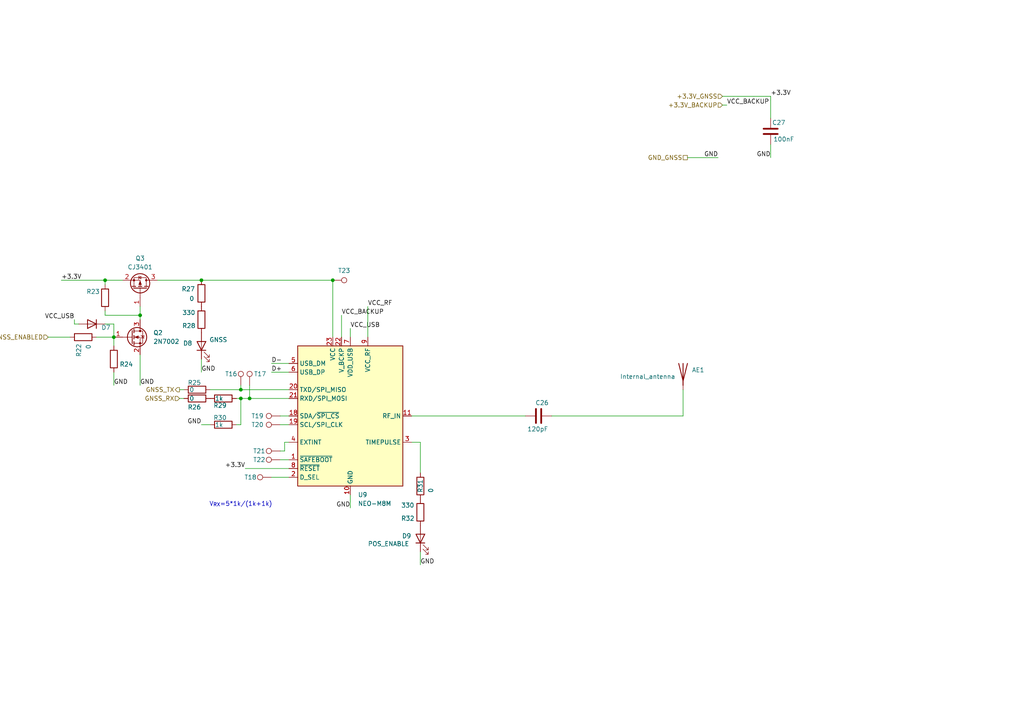
<source format=kicad_sch>
(kicad_sch (version 20231120) (generator "eeschema") (generator_version "8.0")
  (paper "A4")
  (title_block (title "GNSS Receiver") (date "2024-04-17") (rev "1.0"))
  (lib_symbols
    (symbol "Connector:TestPoint" (pin_numbers hide) (pin_names (offset 0.762) hide)
      (property "Reference" "TP" (at 0 6.858 0))
      (property "Value" "TestPoint" (at 0 5.08 0))
      (symbol "TestPoint_0_1"
        (circle (center 0 3.302) (radius 0.762))
      )
      (symbol "TestPoint_1_1"
        (pin passive line (at 0 0 90) (length 2.54) (name "1") (number "1"))
      )
    )
    (symbol "Device:Antenna" (pin_numbers hide) (pin_names (offset 1.016) hide)
      (property "Reference" "AE" (at -1.905 1.905 0))
      (property "Value" "Antenna" (at -1.905 0 0))
      (symbol "Antenna_0_1"
        (polyline (pts (xy 0 2.54) (xy 0 -3.81)) (stroke (width 0.254)))
        (polyline (pts (xy 1.27 2.54) (xy 0 -2.54) (xy -1.27 2.54)) (stroke (width 0.254)))
      )
      (symbol "Antenna_1_1"
        (pin input line (at 0 -5.08 90) (length 2.54) (name "A") (number "1"))
      )
    )
    (symbol "Device:C" (pin_numbers hide) (pin_names (offset 0.254))
      (property "Reference" "C" (at 0.635 2.54 0))
      (property "Value" "C" (at 0.635 -2.54 0))
      (symbol "C_0_1"
        (polyline (pts (xy -2.032 -0.762) (xy 2.032 -0.762)) (stroke (width 0.508)))
        (polyline (pts (xy -2.032 0.762) (xy 2.032 0.762)) (stroke (width 0.508)))
      )
      (symbol "C_1_1"
        (pin passive line (at 0 3.81 270) (length 2.794) (name "~") (number "1"))
        (pin passive line (at 0 -3.81 90) (length 2.794) (name "~") (number "2"))
      )
    )
    (symbol "Device:LED" (pin_numbers hide) (pin_names (offset 1.016) hide)
      (property "Reference" "D" (at 0 2.54 0))
      (property "Value" "LED" (at 0 -2.54 0))
      (symbol "LED_0_1"
        (polyline (pts (xy -1.27 -1.27) (xy -1.27 1.27)) (stroke (width 0.254)))
        (polyline (pts (xy -1.27 0) (xy 1.27 0)))
        (polyline (pts (xy 1.27 -1.27) (xy 1.27 1.27) (xy -1.27 0) (xy 1.27 -1.27)) (stroke (width 0.254)))
        (polyline (pts (xy -3.048 -0.762) (xy -4.572 -2.286) (xy -3.81 -2.286) (xy -4.572 -2.286) (xy -4.572 -1.524)))
        (polyline (pts (xy -1.778 -0.762) (xy -3.302 -2.286) (xy -2.54 -2.286) (xy -3.302 -2.286) (xy -3.302 -1.524)))
      )
      (symbol "LED_1_1"
        (pin passive line (at -3.81 0 0) (length 2.54) (name "K") (number "1"))
        (pin passive line (at 3.81 0 180) (length 2.54) (name "A") (number "2"))
      )
    )
    (symbol "Device:R" (pin_numbers hide) (pin_names (offset 0))
      (property "Reference" "R" (at 2.032 0 90))
      (property "Value" "R" (at 0 0 90))
      (symbol "R_0_1"
        (rectangle (start -1.016 -2.54) (end 1.016 2.54) (stroke (width 0.254)))
      )
      (symbol "R_1_1"
        (pin passive line (at 0 3.81 270) (length 1.27) (name "~") (number "1"))
        (pin passive line (at 0 -3.81 90) (length 1.27) (name "~") (number "2"))
      )
    )
    (symbol "Diode:1N4148" (pin_numbers hide) (pin_names hide)
      (property "Reference" "D" (at 0 2.54 0))
      (property "Value" "1N4148" (at 0 -2.54 0))
      (symbol "1N4148_0_1"
        (polyline (pts (xy -1.27 1.27) (xy -1.27 -1.27)) (stroke (width 0.254)))
        (polyline (pts (xy 1.27 0) (xy -1.27 0)))
        (polyline (pts (xy 1.27 1.27) (xy 1.27 -1.27) (xy -1.27 0) (xy 1.27 1.27)) (stroke (width 0.254)))
      )
      (symbol "1N4148_1_1"
        (pin passive line (at -3.81 0 0) (length 2.54) (name "K") (number "1"))
        (pin passive line (at 3.81 0 180) (length 2.54) (name "A") (number "2"))
      )
    )
    (symbol "NEO-M8M_1"
      (property "Reference" "U" (at -13.97 21.59 0))
      (property "Value" "NEO-M8M" (at 11.43 21.59 0))
      (symbol "NEO-M8M_1_0_1"
        (rectangle (start -15.24 20.32) (end 15.24 -20.32) (stroke (width 0.254)) (fill (type background)))
      )
      (symbol "NEO-M8M_1_1_1"
        (pin input line (at -17.78 -12.7 0) (length 2.54) (name "~{SAFEBOOT}") (number "1"))
        (pin power_in line (at 0 -22.86 90) (length 2.54) (name "GND") (number "10"))
        (pin input line (at 17.78 0 180) (length 2.54) (name "RF_IN") (number "11"))
        (pin passive line (at 0 -22.86 90) (length 2.54) hide (name "GND") (number "12"))
        (pin passive line (at 0 -22.86 90) (length 2.54) hide (name "GND") (number "13"))
        (pin no_connect line (at 15.24 -10.16 180) (length 2.54) hide (name "RESERVED") (number "14"))
        (pin no_connect line (at 15.24 -12.7 180) (length 2.54) hide (name "RESERVED") (number "15"))
        (pin no_connect line (at 15.24 -15.24 180) (length 2.54) hide (name "RESERVED") (number "16"))
        (pin no_connect line (at 15.24 -17.78 180) (length 2.54) hide (name "RESERVED") (number "17"))
        (pin bidirectional line (at -17.78 0 0) (length 2.54) (name "SDA/~{SPI_CS}") (number "18"))
        (pin input line (at -17.78 -2.54 0) (length 2.54) (name "SCL/SPI_CLK") (number "19"))
        (pin input line (at -17.78 -17.78 0) (length 2.54) (name "D_SEL") (number "2"))
        (pin output line (at -17.78 7.62 0) (length 2.54) (name "TXD/SPI_MISO") (number "20"))
        (pin input line (at -17.78 5.08 0) (length 2.54) (name "RXD/SPI_MOSI") (number "21"))
        (pin power_in line (at -2.54 22.86 270) (length 2.54) (name "V_BCKP") (number "22"))
        (pin power_in line (at -5.08 22.86 270) (length 2.54) (name "VCC") (number "23"))
        (pin passive line (at 0 -22.86 90) (length 2.54) hide (name "GND") (number "24"))
        (pin output line (at 17.78 -7.62 180) (length 2.54) (name "TIMEPULSE") (number "3"))
        (pin input line (at -17.78 -7.62 0) (length 2.54) (name "EXTINT") (number "4"))
        (pin bidirectional line (at -17.78 15.24 0) (length 2.54) (name "USB_DM") (number "5"))
        (pin bidirectional line (at -17.78 12.7 0) (length 2.54) (name "USB_DP") (number "6"))
        (pin power_in line (at 0 22.86 270) (length 2.54) (name "VDD_USB") (number "7"))
        (pin input line (at -17.78 -15.24 0) (length 2.54) (name "~{RESET}") (number "8"))
        (pin power_out line (at 5.08 22.86 270) (length 2.54) (name "VCC_RF") (number "9"))
      )
    )
    (symbol "Transistor_FET:2N7002" (pin_names hide)
      (property "Reference" "Q" (at 5.08 1.905 0))
      (property "Value" "2N7002" (at 5.08 0 0))
      (symbol "2N7002_0_1"
        (polyline (pts (xy 0.254 0) (xy -2.54 0)))
        (polyline (pts (xy 0.254 1.905) (xy 0.254 -1.905)) (stroke (width 0.254)))
        (polyline (pts (xy 0.762 -1.27) (xy 0.762 -2.286)) (stroke (width 0.254)))
        (polyline (pts (xy 0.762 0.508) (xy 0.762 -0.508)) (stroke (width 0.254)))
        (polyline (pts (xy 0.762 2.286) (xy 0.762 1.27)) (stroke (width 0.254)))
        (polyline (pts (xy 2.54 2.54) (xy 2.54 1.778)))
        (polyline (pts (xy 2.54 -2.54) (xy 2.54 0) (xy 0.762 0)))
        (polyline (pts (xy 0.762 -1.778) (xy 3.302 -1.778) (xy 3.302 1.778) (xy 0.762 1.778)))
        (polyline (pts (xy 1.016 0) (xy 2.032 0.381) (xy 2.032 -0.381) (xy 1.016 0)) (fill (type outline)))
        (polyline (pts (xy 2.794 0.508) (xy 2.921 0.381) (xy 3.683 0.381) (xy 3.81 0.254)))
        (polyline (pts (xy 3.302 0.381) (xy 2.921 -0.254) (xy 3.683 -0.254) (xy 3.302 0.381)))
        (circle (center 1.651 0) (radius 2.794) (stroke (width 0.254)))
        (circle (center 2.54 -1.778) (radius 0.254) (fill (type outline)))
        (circle (center 2.54 1.778) (radius 0.254) (fill (type outline)))
      )
      (symbol "2N7002_1_1"
        (pin input line (at -5.08 0 0) (length 2.54) (name "G") (number "1"))
        (pin passive line (at 2.54 -5.08 90) (length 2.54) (name "S") (number "2"))
        (pin passive line (at 2.54 5.08 270) (length 2.54) (name "D") (number "3"))
      )
    )
    (symbol "Transistor_FET:FDN340P" (pin_names hide)
      (property "Reference" "Q" (at 5.08 1.905 0))
      (property "Value" "FDN340P" (at 5.08 0 0))
      (symbol "FDN340P_0_1"
        (polyline (pts (xy 0.254 0) (xy -2.54 0)))
        (polyline (pts (xy 0.254 1.905) (xy 0.254 -1.905)) (stroke (width 0.254)))
        (polyline (pts (xy 0.762 -1.27) (xy 0.762 -2.286)) (stroke (width 0.254)))
        (polyline (pts (xy 0.762 0.508) (xy 0.762 -0.508)) (stroke (width 0.254)))
        (polyline (pts (xy 0.762 2.286) (xy 0.762 1.27)) (stroke (width 0.254)))
        (polyline (pts (xy 2.54 2.54) (xy 2.54 1.778)))
        (polyline (pts (xy 2.54 -2.54) (xy 2.54 0) (xy 0.762 0)))
        (polyline (pts (xy 0.762 1.778) (xy 3.302 1.778) (xy 3.302 -1.778) (xy 0.762 -1.778)))
        (polyline (pts (xy 2.286 0) (xy 1.27 0.381) (xy 1.27 -0.381) (xy 2.286 0)) (fill (type outline)))
        (polyline (pts (xy 2.794 -0.508) (xy 2.921 -0.381) (xy 3.683 -0.381) (xy 3.81 -0.254)))
        (polyline (pts (xy 3.302 -0.381) (xy 2.921 0.254) (xy 3.683 0.254) (xy 3.302 -0.381)))
        (circle (center 1.651 0) (radius 2.794) (stroke (width 0.254)))
        (circle (center 2.54 -1.778) (radius 0.254) (fill (type outline)))
        (circle (center 2.54 1.778) (radius 0.254) (fill (type outline)))
      )
      (symbol "FDN340P_1_1"
        (pin input line (at -5.08 0 0) (length 2.54) (name "G") (number "1"))
        (pin passive line (at 2.54 -5.08 90) (length 2.54) (name "S") (number "2"))
        (pin passive line (at 2.54 5.08 270) (length 2.54) (name "D") (number "3"))
      )
    )
  )
  (junction (at 69.85 113.03))
  (junction (at 69.85 115.57))
  (junction (at 40.64 91.44))
  (junction (at 33.02 97.79))
  (junction (at 58.42 81.28))
  (junction (at 30.48 81.28))
  (junction (at 72.39 115.57))
  (junction (at 96.52 81.28))
  (wire (pts (xy 40.64 91.44) (xy 40.64 92.71)))
  (wire (pts (xy 30.48 81.28) (xy 30.48 82.55)))
  (wire (pts (xy 81.28 130.81) (xy 82.55 130.81)))
  (wire (pts (xy 199.39 45.72) (xy 208.28 45.72)))
  (wire (pts (xy 30.48 90.17) (xy 30.48 91.44)))
  (wire (pts (xy 78.74 105.41) (xy 83.82 105.41)))
  (wire (pts (xy 72.39 115.57) (xy 83.82 115.57)))
  (wire (pts (xy 30.48 91.44) (xy 40.64 91.44)))
  (wire (pts (xy 121.92 128.27) (xy 121.92 137.16)))
  (wire (pts (xy 30.48 81.28) (xy 35.56 81.28)))
  (wire (pts (xy 69.85 113.03) (xy 83.82 113.03)))
  (wire (pts (xy 101.6 143.51) (xy 101.6 147.32)))
  (wire (pts (xy 33.02 97.79) (xy 33.02 100.33)))
  (wire (pts (xy 69.85 115.57) (xy 72.39 115.57)))
  (wire (pts (xy 21.59 92.71) (xy 21.59 93.98)))
  (wire (pts (xy 13.97 97.79) (xy 20.32 97.79)))
  (wire (pts (xy 78.74 138.43) (xy 83.82 138.43)))
  (wire (pts (xy 30.48 93.98) (xy 33.02 93.98)))
  (wire (pts (xy 17.78 81.28) (xy 30.48 81.28)))
  (wire (pts (xy 106.68 88.9) (xy 106.68 97.79)))
  (wire (pts (xy 58.42 104.14) (xy 58.42 107.95)))
  (wire (pts (xy 68.58 123.19) (xy 69.85 123.19)))
  (wire (pts (xy 72.39 111.76) (xy 72.39 115.57)))
  (wire (pts (xy 45.72 81.28) (xy 58.42 81.28)))
  (wire (pts (xy 60.96 113.03) (xy 69.85 113.03)))
  (wire (pts (xy 209.55 27.94) (xy 223.52 27.94)))
  (wire (pts (xy 21.59 93.98) (xy 22.86 93.98)))
  (wire (pts (xy 40.64 88.9) (xy 40.64 91.44)))
  (wire (pts (xy 52.07 113.03) (xy 53.34 113.03)))
  (wire (pts (xy 27.94 97.79) (xy 33.02 97.79)))
  (wire (pts (xy 96.52 81.28) (xy 96.52 97.79)))
  (wire (pts (xy 198.12 113.03) (xy 198.12 120.65)))
  (wire (pts (xy 82.55 128.27) (xy 83.82 128.27)))
  (wire (pts (xy 68.58 115.57) (xy 69.85 115.57)))
  (wire (pts (xy 58.42 81.28) (xy 96.52 81.28)))
  (wire (pts (xy 33.02 107.95) (xy 33.02 111.76)))
  (wire (pts (xy 81.28 120.65) (xy 83.82 120.65)))
  (wire (pts (xy 78.74 107.95) (xy 83.82 107.95)))
  (wire (pts (xy 69.85 115.57) (xy 69.85 123.19)))
  (wire (pts (xy 52.07 115.57) (xy 53.34 115.57)))
  (wire (pts (xy 99.06 91.44) (xy 99.06 97.79)))
  (wire (pts (xy 223.52 34.29) (xy 223.52 27.94)))
  (wire (pts (xy 81.28 123.19) (xy 83.82 123.19)))
  (wire (pts (xy 71.12 135.89) (xy 83.82 135.89)))
  (wire (pts (xy 119.38 120.65) (xy 152.4 120.65)))
  (wire (pts (xy 121.92 160.02) (xy 121.92 163.83)))
  (wire (pts (xy 40.64 102.87) (xy 40.64 111.76)))
  (wire (pts (xy 223.52 41.91) (xy 223.52 45.72)))
  (wire (pts (xy 101.6 95.25) (xy 101.6 97.79)))
  (wire (pts (xy 58.42 123.19) (xy 60.96 123.19)))
  (wire (pts (xy 160.02 120.65) (xy 198.12 120.65)))
  (wire (pts (xy 81.28 133.35) (xy 83.82 133.35)))
  (wire (pts (xy 33.02 93.98) (xy 33.02 97.79)))
  (wire (pts (xy 82.55 130.81) (xy 82.55 128.27)))
  (wire (pts (xy 209.55 30.48) (xy 210.82 30.48)))
  (wire (pts (xy 119.38 128.27) (xy 121.92 128.27)))
  (wire (pts (xy 69.85 111.76) (xy 69.85 113.03)))
  (text "V_{RX}=5*${a52a78e2-18e3-4ec6-8d46-591b24bd5bd1:VALUE}/(${a52a78e2-18e3-4ec6-8d46-591b24bd5bd1:VALUE}+${f5d83104-4b79-4b80-ade9-bfd7c6659042:VALUE})" (at 69.85 146.304 0) (effects (font (size 1.27 1.27))))
  (label "VCC_BACKUP" (at 210.82 30.48 0))
  (label "VCC_RF" (at 106.68 88.9 0))
  (label "D-" (at 78.74 105.41 0))
  (label "GND" (at 40.64 111.76 0))
  (label "GND" (at 208.28 45.72 180))
  (label "GND" (at 223.52 45.72 180))
  (label "GND" (at 121.92 163.83 0))
  (label "VCC_BACKUP" (at 99.06 91.44 0))
  (label "+3.3V" (at 71.12 135.89 180))
  (label "D+" (at 78.74 107.95 0))
  (label "GND" (at 58.42 107.95 0))
  (label "GND" (at 33.02 111.76 0))
  (label "+3.3V" (at 17.78 81.28 0))
  (label "GND" (at 58.42 123.19 180))
  (label "+3.3V" (at 223.52 27.94 0))
  (label "GND" (at 101.6 147.32 180))
  (label "VCC_USB" (at 21.59 92.71 180))
  (label "VCC_USB" (at 101.6 95.25 0))
  (hierarchical_label "+3.3V_GNSS" (shape input) (at 209.55 27.94 180))
  (hierarchical_label "GND_GNSS" (shape passive) (at 199.39 45.72 180))
  (hierarchical_label "GNSS_RX" (shape input) (at 52.07 115.57 180))
  (hierarchical_label "GNSS_TX" (shape output) (at 52.07 113.03 180))
  (hierarchical_label "GNSS_ENABLED" (shape input) (at 13.97 97.79 180))
  (hierarchical_label "+3.3V_BACKUP" (shape input) (at 209.55 30.48 180))
  (symbol (lib_id "Connector:TestPoint") (at 69.85 111.76 0) (unit 1)
    (property "Reference" "T16" (at 67.056 108.458 0))
    (property "Value" "TP" (effects (hide yes)))
    (property "Footprint" "TestPoint:TestPoint_Pad_D1.0mm" (effects (hide yes)))
    (property "Description" "test point" (effects (hide yes)))
    (instances (project "Weather" (path "" (reference "T16") (unit 1))) (project "Tracker" (path "" (reference "T5") (unit 1))))
  )
  (symbol (lib_id "Device:R") (at 33.02 104.14 180) (unit 1)
    (property "Reference" "R24" (at 38.608 105.664 0) (effects (justify left)))
    (property "Value" "R_100K_SMD_0603" (effects (hide yes)))
    (property "Footprint" "Resistor_SMD:R_0603_1608Metric" (effects (hide yes)))
    (instances (project "Weather" (path "" (reference "R24") (unit 1))) (project "Tracker" (path "" (reference "R92") (unit 1))))
  )
  (symbol (lib_id "Diode:1N4148") (at 26.67 93.98 180) (unit 1)
    (property "Reference" "D7" (at 30.734 94.996 0))
    (property "Value" "1N4148" (effects (hide yes)))
    (property "Footprint" "Diode_SMD:D_SOD-323" (effects (hide yes)))
    (property "Datasheet" "https://assets.nexperia.com/documents/data-sheet/1N4148_1N4448.pdf" (effects (hide yes)))
    (property "Description" "100V 0.15A standard switching diode, DO-35" (effects (hide yes)))
    (property "Sim.Device" "D" (effects (hide yes)))
    (property "Sim.Pins" "1=K 2=A" (effects (hide yes)))
    (instances (project "Weather" (path "" (reference "D7") (unit 1))) (project "Tracker" (path "" (reference "D36") (unit 1))))
  )
  (symbol (lib_id "Connector:TestPoint") (at 72.39 111.76 0) (unit 1)
    (property "Reference" "T17" (at 75.438 108.458 0))
    (property "Value" "TP" (effects (hide yes)))
    (property "Footprint" "TestPoint:TestPoint_Pad_D1.0mm" (effects (hide yes)))
    (property "Description" "test point" (effects (hide yes)))
    (instances (project "Weather" (path "" (reference "T17") (unit 1))) (project "Tracker" (path "" (reference "T4") (unit 1))))
  )
  (symbol (lib_id "Connector:TestPoint") (at 81.28 123.19 90) (unit 1)
    (property "Reference" "T20" (at 74.676 123.19 90))
    (property "Value" "TP" (effects (hide yes)))
    (property "Footprint" "TestPoint:TestPoint_Pad_D1.0mm" (effects (hide yes)))
    (property "Description" "test point" (effects (hide yes)))
    (instances (project "Weather" (path "" (reference "T20") (unit 1))) (project "Tracker" (path "" (reference "T34") (unit 1))))
  )
  (symbol (lib_id "Device:C") (at 156.21 120.65 270) (unit 1)
    (property "Reference" "C26" (at 157.226 116.84 90))
    (property "Value" "120pF" (at 155.956 124.46 90))
    (property "Footprint" "Capacitor_SMD:C_0603_1608Metric" (effects (hide yes)))
    (property "Description" "Unpolarized capacitor" (effects (hide yes)))
    (instances (project "Weather" (path "" (reference "C26") (unit 1))) (project "Tracker" (path "" (reference "C9") (unit 1))))
  )
  (symbol (lib_id "Transistor_FET:2N7002") (at 38.1 97.79 0) (unit 1)
    (property "Reference" "Q2" (at 44.45 96.5199 0) (effects (justify left)))
    (property "Value" "2N7002" (at 44.45 99.0599 0) (effects (justify left)))
    (property "Footprint" "Package_TO_SOT_SMD:SOT-23" (effects (hide yes)))
    (property "Datasheet" "https://www.onsemi.com/pub/Collateral/NDS7002A-D.PDF" (effects (hide yes)))
    (property "Description" "0.115A Id, 60V Vds, N-Channel MOSFET, SOT-23" (effects (hide yes)))
    (instances (project "Weather" (path "" (reference "Q2") (unit 1))) (project "Tracker" (path "" (reference "Q11") (unit 1))))
  )
  (symbol (lib_id "Transistor_FET:FDN340P") (at 40.64 83.82 270) (mirror x) (unit 1)
    (property "Reference" "Q3" (at 40.64 74.93 90))
    (property "Value" "CJ3401" (at 40.64 77.47 90))
    (property "Footprint" "Package_TO_SOT_SMD:SOT-23" (effects (hide yes)))
    (property "Datasheet" "https://www.onsemi.com/pub/Collateral/FDN340P-D.PDF" (effects (hide yes)))
    (property "Description" "-2A Id, -20V Vds, P-Channel MOSFET, 70mOhm Ron, SOT-23" (effects (hide yes)))
    (instances (project "Weather" (path "" (reference "Q3") (unit 1))) (project "Tracker" (path "" (reference "Q10") (unit 1))))
  )
  (symbol (lib_id "Device:R") (at 57.15 113.03 90) (unit 1)
    (property "Reference" "R25" (at 56.388 110.998 90))
    (property "Value" "0" (at 55.626 113.03 90))
    (property "Footprint" "Resistor_SMD:R_0603_1608Metric" (effects (hide yes)))
    (instances (project "Weather" (path "" (reference "R25") (unit 1))) (project "Tracker" (path "" (reference "R11") (unit 1))))
  )
  (symbol (lib_id "Device:R") (at 57.15 115.57 90) (unit 1)
    (property "Reference" "R26" (at 56.388 118.11 90))
    (property "Value" "0" (at 55.626 115.57 90))
    (property "Footprint" "Resistor_SMD:R_0603_1608Metric" (effects (hide yes)))
    (instances (project "Weather" (path "" (reference "R26") (unit 1))) (project "Tracker" (path "" (reference "R12") (unit 1))))
  )
  (symbol (lib_id "Device:C") (at 223.52 38.1 180) (unit 1)
    (property "Reference" "C27" (at 227.838 35.56 0) (effects (justify left)))
    (property "Value" "100nF" (at 230.378 40.386 0) (effects (justify left)))
    (property "Footprint" "Capacitor_SMD:C_0603_1608Metric" (effects (hide yes)))
    (instances (project "Weather" (path "" (reference "C27") (unit 1))) (project "Tracker" (path "" (reference "C7") (unit 1))))
  )
  (symbol (lib_id "Device:R") (at 58.42 85.09 180) (unit 1)
    (property "Reference" "R27" (at 54.61 83.82 0))
    (property "Value" "0" (at 55.626 86.614 0))
    (property "Footprint" "Resistor_SMD:R_0603_1608Metric" (effects (hide yes)))
    (instances (project "Weather" (path "" (reference "R27") (unit 1))) (project "Tracker" (path "" (reference "R94") (unit 1))))
  )
  (symbol (lib_id "Device:R") (at 58.42 92.71 0) (mirror x) (unit 1)
    (property "Reference" "R28" (at 52.832 94.488 0) (effects (justify left)))
    (property "Value" "330" (at 52.832 90.678 0) (effects (justify left)))
    (property "Footprint" "Resistor_SMD:R_0603_1608Metric" (effects (hide yes)))
    (instances (project "Weather" (path "" (reference "R28") (unit 1))) (project "Tracker" (path "" (reference "R95") (unit 1))))
  )
  (symbol (lib_id "Device:R") (at 24.13 97.79 270) (unit 1)
    (property "Reference" "R22" (at 22.86 101.6 0))
    (property "Value" "0" (at 25.654 100.584 0))
    (property "Footprint" "Resistor_SMD:R_0603_1608Metric" (effects (hide yes)))
    (instances (project "Weather" (path "" (reference "R22") (unit 1))) (project "Tracker" (path "" (reference "R107") (unit 1))))
  )
  (symbol (lib_id "Device:R") (at 121.92 140.97 180) (unit 1)
    (property "Reference" "R31" (at 121.92 140.97 90))
    (property "Value" "0" (at 124.968 142.24 90))
    (property "Footprint" "Resistor_SMD:R_0603_1608Metric" (effects (hide yes)))
    (instances (project "Weather" (path "" (reference "R31") (unit 1))) (project "Tracker" (path "" (reference "R15") (unit 1))))
  )
  (symbol (lib_id "Device:R") (at 64.77 123.19 90) (unit 1)
    (property "Reference" "R30" (at 65.786 121.158 90) (effects (justify left)))
    (property "Value" "1k" (at 64.77 123.19 90) (effects (justify left)))
    (property "Footprint" "Resistor_SMD:R_0603_1608Metric" (effects (hide yes)))
    (instances (project "Weather" (path "" (reference "R30") (unit 1))) (project "Tracker" (path "" (reference "R14") (unit 1))))
  )
  (symbol (lib_id "Connector:TestPoint") (at 81.28 120.65 90) (unit 1)
    (property "Reference" "T19" (at 74.676 120.65 90))
    (property "Value" "TP" (effects (hide yes)))
    (property "Footprint" "TestPoint:TestPoint_Pad_D1.0mm" (effects (hide yes)))
    (property "Description" "test point" (effects (hide yes)))
    (instances (project "Weather" (path "" (reference "T19") (unit 1))) (project "Tracker" (path "" (reference "T33") (unit 1))))
  )
  (symbol (lib_id "Device:R") (at 30.48 86.36 180) (unit 1)
    (property "Reference" "R23" (at 28.956 84.582 0) (effects (justify left)))
    (property "Value" "R_1K_SMD_0603" (effects (hide yes)))
    (property "Footprint" "Resistor_SMD:R_0603_1608Metric" (effects (hide yes)))
    (instances (project "Weather" (path "" (reference "R23") (unit 1))) (project "Tracker" (path "" (reference "R93") (unit 1))))
  )
  (symbol (lib_id "Connector:TestPoint") (at 78.74 138.43 90) (unit 1)
    (property "Reference" "T18" (at 72.644 138.43 90))
    (property "Value" "TP" (effects (hide yes)))
    (property "Footprint" "TestPoint:TestPoint_Pad_D1.0mm" (effects (hide yes)))
    (property "Description" "test point" (effects (hide yes)))
    (instances (project "Weather" (path "" (reference "T18") (unit 1))) (project "Tracker" (path "" (reference "T38") (unit 1))))
  )
  (symbol (lib_id "Connector:TestPoint") (at 96.52 81.28 270) (unit 1)
    (property "Reference" "T23" (at 99.822 78.486 90))
    (property "Value" "TP" (effects (hide yes)))
    (property "Footprint" "TestPoint:TestPoint_Pad_D1.0mm" (effects (hide yes)))
    (property "Description" "test point" (effects (hide yes)))
    (instances (project "Weather" (path "" (reference "T23") (unit 1))) (project "Tracker" (path "" (reference "T40") (unit 1))))
  )
  (symbol (lib_name "NEO-M8M_1") (lib_id "RF_GPS:NEO-M8M") (at 101.6 120.65 0) (unit 1)
    (property "Reference" "U9" (at 103.7941 143.51 0) (effects (justify left)))
    (property "Value" "NEO-M8M" (at 103.7941 146.05 0) (effects (justify left)))
    (property "Footprint" "RF_GPS:ublox_NEO" (effects (hide yes)))
    (property "Datasheet" "https://content.u-blox.com/sites/default/files/NEO-M8-FW3_DataSheet_UBX-15031086.pdf" (effects (hide yes)))
    (property "Description" "GNSS Module NEO M8, VCC 2.7V to 3.6V" (effects (hide yes)))
    (instances (project "Weather" (path "" (reference "U9") (unit 1))) (project "Tracker" (path "" (reference "U3") (unit 1))))
  )
  (symbol (lib_id "Device:Antenna") (at 198.12 107.95 0) (mirror y) (unit 1)
    (property "Reference" "AE1" (at 200.66 107.3149 0) (effects (justify right)))
    (property "Value" "Internal_antenna" (at 179.832 109.22 0) (effects (justify right)))
    (property "Footprint" "MountingHole:MountingHole_2.2mm_M2_DIN965_Pad" (effects (hide yes)))
    (property "Description" "Antenna" (effects (hide yes)))
  )
  (symbol (lib_id "Connector:TestPoint") (at 81.28 133.35 90) (unit 1)
    (property "Reference" "T22" (at 75.184 133.35 90))
    (property "Value" "TP" (effects (hide yes)))
    (property "Footprint" "TestPoint:TestPoint_Pad_D1.0mm" (effects (hide yes)))
    (property "Description" "test point" (effects (hide yes)))
    (instances (project "Weather" (path "" (reference "T22") (unit 1))) (project "Tracker" (path "" (reference "T7") (unit 1))))
  )
  (symbol (lib_id "Device:LED") (at 58.42 100.33 90) (unit 1)
    (property "Reference" "D8" (at 53.086 99.568 90) (effects (justify right)))
    (property "Value" "GNSS" (at 60.706 98.552 90) (effects (justify right)))
    (property "Footprint" "LED_SMD:LED_0603_1608Metric" (effects (hide yes)))
    (property "Description" "Light emitting diode" (effects (hide yes)))
    (instances (project "Weather" (path "" (reference "D8") (unit 1))) (project "Tracker" (path "" (reference "D34") (unit 1))))
  )
  (symbol (lib_id "Connector:TestPoint") (at 81.28 130.81 90) (unit 1)
    (property "Reference" "T21" (at 75.184 130.81 90))
    (property "Value" "TP" (effects (hide yes)))
    (property "Footprint" "TestPoint:TestPoint_Pad_D1.0mm" (effects (hide yes)))
    (property "Description" "test point" (effects (hide yes)))
    (instances (project "Weather" (path "" (reference "T21") (unit 1))) (project "Tracker" (path "" (reference "T8") (unit 1))))
  )
  (symbol (lib_id "Device:R") (at 121.92 148.59 0) (mirror x) (unit 1)
    (property "Reference" "R32" (at 116.332 150.368 0) (effects (justify left)))
    (property "Value" "330" (at 116.332 146.558 0) (effects (justify left)))
    (property "Footprint" "Resistor_SMD:R_0603_1608Metric" (effects (hide yes)))
    (instances (project "Weather" (path "" (reference "R32") (unit 1))) (project "Tracker" (path "" (reference "R16") (unit 1))))
  )
  (symbol (lib_id "Device:LED") (at 121.92 156.21 90) (unit 1)
    (property "Reference" "D9" (at 116.586 155.448 90) (effects (justify right)))
    (property "Value" "POS_ENABLE" (at 106.68 157.734 90) (effects (justify right)))
    (property "Footprint" "LED_SMD:LED_0603_1608Metric" (effects (hide yes)))
    (property "Description" "Light emitting diode" (effects (hide yes)))
    (instances (project "Weather" (path "" (reference "D9") (unit 1))) (project "Tracker" (path "" (reference "D2") (unit 1))))
  )
  (symbol (lib_id "Device:R") (at 64.77 115.57 90) (unit 1)
    (property "Reference" "R29" (at 65.786 117.602 90) (effects (justify left)))
    (property "Value" "1k" (at 64.77 115.57 90) (effects (justify left)))
    (property "Footprint" "Resistor_SMD:R_0603_1608Metric" (effects (hide yes)))
    (instances (project "Weather" (path "" (reference "R29") (unit 1))) (project "Tracker" (path "" (reference "R13") (unit 1))))
  )
)
</source>
